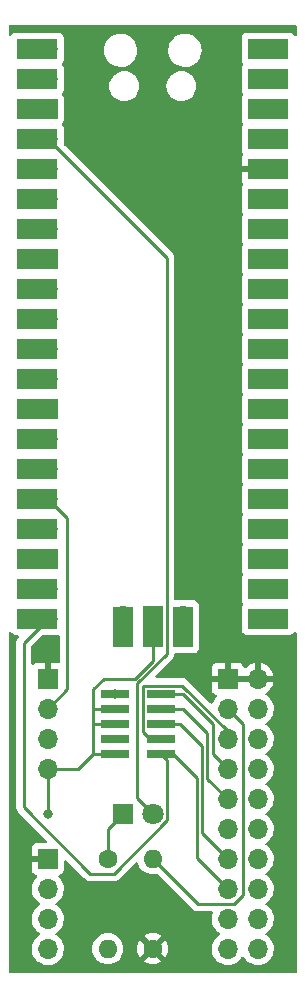
<source format=gbr>
%TF.GenerationSoftware,KiCad,Pcbnew,(6.0.6)*%
%TF.CreationDate,2022-08-06T18:53:41-04:00*%
%TF.ProjectId,freedap-pico,66726565-6461-4702-9d70-69636f2e6b69,rev?*%
%TF.SameCoordinates,Original*%
%TF.FileFunction,Copper,L1,Top*%
%TF.FilePolarity,Positive*%
%FSLAX46Y46*%
G04 Gerber Fmt 4.6, Leading zero omitted, Abs format (unit mm)*
G04 Created by KiCad (PCBNEW (6.0.6)) date 2022-08-06 18:53:41*
%MOMM*%
%LPD*%
G01*
G04 APERTURE LIST*
%TA.AperFunction,ComponentPad*%
%ADD10R,1.700000X1.700000*%
%TD*%
%TA.AperFunction,ComponentPad*%
%ADD11O,1.700000X1.700000*%
%TD*%
%TA.AperFunction,SMDPad,CuDef*%
%ADD12R,2.400000X0.740000*%
%TD*%
%TA.AperFunction,SMDPad,CuDef*%
%ADD13R,3.500000X1.700000*%
%TD*%
%TA.AperFunction,SMDPad,CuDef*%
%ADD14R,1.700000X3.500000*%
%TD*%
%TA.AperFunction,ComponentPad*%
%ADD15C,1.600000*%
%TD*%
%TA.AperFunction,ComponentPad*%
%ADD16O,1.600000X1.600000*%
%TD*%
%TA.AperFunction,ComponentPad*%
%ADD17R,1.800000X1.800000*%
%TD*%
%TA.AperFunction,ComponentPad*%
%ADD18C,1.800000*%
%TD*%
%TA.AperFunction,ViaPad*%
%ADD19C,0.800000*%
%TD*%
%TA.AperFunction,Conductor*%
%ADD20C,0.250000*%
%TD*%
G04 APERTURE END LIST*
D10*
%TO.P,JPILL1,1,Pin_1*%
%TO.N,+3V3*%
X46990000Y-90170000D03*
D11*
%TO.P,JPILL1,2,Pin_2*%
%TO.N,/SWDIO{slash}TMS*%
X46990000Y-92710000D03*
%TO.P,JPILL1,3,Pin_3*%
%TO.N,/SWCLK{slash}TCLK*%
X46990000Y-95250000D03*
%TO.P,JPILL1,4,Pin_4*%
%TO.N,GND*%
X46990000Y-97790000D03*
%TD*%
D12*
%TO.P,JSWD1,1,Pin_1*%
%TO.N,+3V3*%
X52660000Y-91440000D03*
%TO.P,JSWD1,2,Pin_2*%
%TO.N,/SWDIO{slash}TMS*%
X56560000Y-91440000D03*
%TO.P,JSWD1,3,Pin_3*%
%TO.N,GND*%
X52660000Y-92710000D03*
%TO.P,JSWD1,4,Pin_4*%
%TO.N,/SWCLK{slash}TCLK*%
X56560000Y-92710000D03*
%TO.P,JSWD1,5,Pin_5*%
%TO.N,GND*%
X52660000Y-93980000D03*
%TO.P,JSWD1,6,Pin_6*%
%TO.N,/TDO*%
X56560000Y-93980000D03*
%TO.P,JSWD1,7,Pin_7*%
%TO.N,unconnected-(JSWD1-Pad7)*%
X52660000Y-95250000D03*
%TO.P,JSWD1,8,Pin_8*%
%TO.N,/TDI*%
X56560000Y-95250000D03*
%TO.P,JSWD1,9,Pin_9*%
%TO.N,GND*%
X52660000Y-96520000D03*
%TO.P,JSWD1,10,Pin_10*%
%TO.N,/nRST*%
X56560000Y-96520000D03*
%TD*%
D10*
%TO.P,JVCP1,1,Pin_1*%
%TO.N,+3V3*%
X46990000Y-105420000D03*
D11*
%TO.P,JVCP1,2,Pin_2*%
%TO.N,/VRX*%
X46990000Y-107960000D03*
%TO.P,JVCP1,3,Pin_3*%
%TO.N,/VTX*%
X46990000Y-110500000D03*
%TO.P,JVCP1,4,Pin_4*%
%TO.N,GND*%
X46990000Y-113040000D03*
%TD*%
D13*
%TO.P,U1,1,GPIO0*%
%TO.N,/VTX*%
X46090000Y-36830000D03*
D11*
X46990000Y-36830000D03*
%TO.P,U1,2,GPIO1*%
%TO.N,/VRX*%
X46990000Y-39370000D03*
D13*
X46090000Y-39370000D03*
D10*
%TO.P,U1,3,GND*%
%TO.N,GND*%
X46990000Y-41910000D03*
D13*
X46090000Y-41910000D03*
D11*
%TO.P,U1,4,GPIO2*%
%TO.N,/VSTAT*%
X46990000Y-44450000D03*
D13*
X46090000Y-44450000D03*
D11*
%TO.P,U1,5,GPIO3*%
%TO.N,unconnected-(U1-Pad5)*%
X46990000Y-46990000D03*
D13*
X46090000Y-46990000D03*
%TO.P,U1,6,GPIO4*%
%TO.N,unconnected-(U1-Pad6)*%
X46090000Y-49530000D03*
D11*
X46990000Y-49530000D03*
%TO.P,U1,7,GPIO5*%
%TO.N,unconnected-(U1-Pad7)*%
X46990000Y-52070000D03*
D13*
X46090000Y-52070000D03*
D10*
%TO.P,U1,8,GND*%
%TO.N,GND*%
X46990000Y-54610000D03*
D13*
X46090000Y-54610000D03*
D11*
%TO.P,U1,9,GPIO6*%
%TO.N,unconnected-(U1-Pad9)*%
X46990000Y-57150000D03*
D13*
X46090000Y-57150000D03*
%TO.P,U1,10,GPIO7*%
%TO.N,unconnected-(U1-Pad10)*%
X46090000Y-59690000D03*
D11*
X46990000Y-59690000D03*
%TO.P,U1,11,GPIO8*%
%TO.N,unconnected-(U1-Pad11)*%
X46990000Y-62230000D03*
D13*
X46090000Y-62230000D03*
D11*
%TO.P,U1,12,GPIO9*%
%TO.N,unconnected-(U1-Pad12)*%
X46990000Y-64770000D03*
D13*
X46090000Y-64770000D03*
%TO.P,U1,13,GND*%
%TO.N,unconnected-(U1-Pad13)*%
X46090000Y-67310000D03*
D10*
X46990000Y-67310000D03*
D11*
%TO.P,U1,14,GPIO10*%
%TO.N,unconnected-(U1-Pad14)*%
X46990000Y-69850000D03*
D13*
X46090000Y-69850000D03*
D11*
%TO.P,U1,15,GPIO11*%
%TO.N,/SWCLK{slash}TCLK*%
X46990000Y-72390000D03*
D13*
X46090000Y-72390000D03*
D11*
%TO.P,U1,16,GPIO12*%
%TO.N,/SWDIO{slash}TMS*%
X46990000Y-74930000D03*
D13*
X46090000Y-74930000D03*
D11*
%TO.P,U1,17,GPIO13*%
%TO.N,/TDI*%
X46990000Y-77470000D03*
D13*
X46090000Y-77470000D03*
%TO.P,U1,18,GND*%
%TO.N,GND*%
X46090000Y-80010000D03*
D10*
X46990000Y-80010000D03*
D11*
%TO.P,U1,19,GPIO14*%
%TO.N,/TDO*%
X46990000Y-82550000D03*
D13*
X46090000Y-82550000D03*
D11*
%TO.P,U1,20,GPIO15*%
%TO.N,/nRST*%
X46990000Y-85090000D03*
D13*
X46090000Y-85090000D03*
D11*
%TO.P,U1,21,GPIO16*%
%TO.N,unconnected-(U1-Pad21)*%
X64770000Y-85090000D03*
D13*
X65670000Y-85090000D03*
D11*
%TO.P,U1,22,GPIO17*%
%TO.N,unconnected-(U1-Pad22)*%
X64770000Y-82550000D03*
D13*
X65670000Y-82550000D03*
%TO.P,U1,23,GND*%
%TO.N,GND*%
X65670000Y-80010000D03*
D10*
X64770000Y-80010000D03*
D13*
%TO.P,U1,24,GPIO18*%
%TO.N,unconnected-(U1-Pad24)*%
X65670000Y-77470000D03*
D11*
X64770000Y-77470000D03*
D13*
%TO.P,U1,25,GPIO19*%
%TO.N,unconnected-(U1-Pad25)*%
X65670000Y-74930000D03*
D11*
X64770000Y-74930000D03*
%TO.P,U1,26,GPIO20*%
%TO.N,unconnected-(U1-Pad26)*%
X64770000Y-72390000D03*
D13*
X65670000Y-72390000D03*
D11*
%TO.P,U1,27,GPIO21*%
%TO.N,unconnected-(U1-Pad27)*%
X64770000Y-69850000D03*
D13*
X65670000Y-69850000D03*
%TO.P,U1,28,GND*%
%TO.N,GND*%
X65670000Y-67310000D03*
D10*
X64770000Y-67310000D03*
D11*
%TO.P,U1,29,GPIO22*%
%TO.N,unconnected-(U1-Pad29)*%
X64770000Y-64770000D03*
D13*
X65670000Y-64770000D03*
%TO.P,U1,30,RUN*%
%TO.N,unconnected-(U1-Pad30)*%
X65670000Y-62230000D03*
D11*
X64770000Y-62230000D03*
%TO.P,U1,31,GPIO26_ADC0*%
%TO.N,unconnected-(U1-Pad31)*%
X64770000Y-59690000D03*
D13*
X65670000Y-59690000D03*
D11*
%TO.P,U1,32,GPIO27_ADC1*%
%TO.N,unconnected-(U1-Pad32)*%
X64770000Y-57150000D03*
D13*
X65670000Y-57150000D03*
D10*
%TO.P,U1,33,AGND*%
%TO.N,GND*%
X64770000Y-54610000D03*
D13*
X65670000Y-54610000D03*
%TO.P,U1,34,GPIO28_ADC2*%
%TO.N,unconnected-(U1-Pad34)*%
X65670000Y-52070000D03*
D11*
X64770000Y-52070000D03*
D13*
%TO.P,U1,35,ADC_VREF*%
%TO.N,unconnected-(U1-Pad35)*%
X65670000Y-49530000D03*
D11*
X64770000Y-49530000D03*
%TO.P,U1,36,3V3*%
%TO.N,+3V3*%
X64770000Y-46990000D03*
D13*
X65670000Y-46990000D03*
%TO.P,U1,37,3V3_EN*%
%TO.N,unconnected-(U1-Pad37)*%
X65670000Y-44450000D03*
D11*
X64770000Y-44450000D03*
D10*
%TO.P,U1,38,GND*%
%TO.N,GND*%
X64770000Y-41910000D03*
D13*
X65670000Y-41910000D03*
D11*
%TO.P,U1,39,VSYS*%
%TO.N,unconnected-(U1-Pad39)*%
X64770000Y-39370000D03*
D13*
X65670000Y-39370000D03*
D11*
%TO.P,U1,40,VBUS*%
%TO.N,unconnected-(U1-Pad40)*%
X64770000Y-36830000D03*
D13*
X65670000Y-36830000D03*
D11*
%TO.P,U1,41,SWCLK*%
%TO.N,unconnected-(U1-Pad41)*%
X53340000Y-84860000D03*
D14*
X53340000Y-85760000D03*
D10*
%TO.P,U1,42,GND*%
%TO.N,GND*%
X55880000Y-84860000D03*
D14*
X55880000Y-85760000D03*
%TO.P,U1,43,SWDIO*%
%TO.N,unconnected-(U1-Pad43)*%
X58420000Y-85760000D03*
D11*
X58420000Y-84860000D03*
%TD*%
D10*
%TO.P,JJTAG1,1,Pin_1*%
%TO.N,+3V3*%
X62225000Y-90175000D03*
D11*
%TO.P,JJTAG1,2,Pin_2*%
X64765000Y-90175000D03*
%TO.P,JJTAG1,3,Pin_3*%
%TO.N,Net-(JJTAG1-Pad3)*%
X62225000Y-92715000D03*
%TO.P,JJTAG1,4,Pin_4*%
%TO.N,GND*%
X64765000Y-92715000D03*
%TO.P,JJTAG1,5,Pin_5*%
%TO.N,/TDI*%
X62225000Y-95255000D03*
%TO.P,JJTAG1,6,Pin_6*%
%TO.N,GND*%
X64765000Y-95255000D03*
%TO.P,JJTAG1,7,Pin_7*%
%TO.N,/SWDIO{slash}TMS*%
X62225000Y-97795000D03*
%TO.P,JJTAG1,8,Pin_8*%
%TO.N,GND*%
X64765000Y-97795000D03*
%TO.P,JJTAG1,9,Pin_9*%
%TO.N,/SWCLK{slash}TCLK*%
X62225000Y-100335000D03*
%TO.P,JJTAG1,10,Pin_10*%
%TO.N,GND*%
X64765000Y-100335000D03*
%TO.P,JJTAG1,11,Pin_11*%
%TO.N,unconnected-(JJTAG1-Pad11)*%
X62225000Y-102875000D03*
%TO.P,JJTAG1,12,Pin_12*%
%TO.N,GND*%
X64765000Y-102875000D03*
%TO.P,JJTAG1,13,Pin_13*%
%TO.N,/TDO*%
X62225000Y-105415000D03*
%TO.P,JJTAG1,14,Pin_14*%
%TO.N,GND*%
X64765000Y-105415000D03*
%TO.P,JJTAG1,15,Pin_15*%
%TO.N,/nRST*%
X62225000Y-107955000D03*
%TO.P,JJTAG1,16,Pin_16*%
%TO.N,GND*%
X64765000Y-107955000D03*
%TO.P,JJTAG1,17,Pin_17*%
%TO.N,unconnected-(JJTAG1-Pad17)*%
X62225000Y-110495000D03*
%TO.P,JJTAG1,18,Pin_18*%
%TO.N,GND*%
X64765000Y-110495000D03*
%TO.P,JJTAG1,19,Pin_19*%
%TO.N,unconnected-(JJTAG1-Pad19)*%
X62225000Y-113035000D03*
%TO.P,JJTAG1,20,Pin_20*%
%TO.N,GND*%
X64765000Y-113035000D03*
%TD*%
D15*
%TO.P,RLED1,1*%
%TO.N,Net-(DVCP1-Pad1)*%
X52070000Y-105410000D03*
D16*
%TO.P,RLED1,2*%
%TO.N,GND*%
X52070000Y-113030000D03*
%TD*%
D17*
%TO.P,DVCP1,1,K*%
%TO.N,Net-(DVCP1-Pad1)*%
X53340000Y-101600000D03*
D18*
%TO.P,DVCP1,2,A*%
%TO.N,/VSTAT*%
X55880000Y-101600000D03*
%TD*%
D15*
%TO.P,RTRS1,1*%
%TO.N,+3V3*%
X55880000Y-113030000D03*
D16*
%TO.P,RTRS1,2*%
%TO.N,Net-(JJTAG1-Pad3)*%
X55880000Y-105410000D03*
%TD*%
D19*
%TO.N,+3V3*%
X52660000Y-91440000D03*
%TO.N,GND*%
X46990000Y-101600000D03*
%TD*%
D20*
%TO.N,Net-(DVCP1-Pad1)*%
X53340000Y-101600000D02*
X52070000Y-102870000D01*
X52070000Y-102870000D02*
X52070000Y-105410000D01*
%TO.N,/VSTAT*%
X55880000Y-101600000D02*
X54585000Y-100305000D01*
X54585000Y-100305000D02*
X54585000Y-90558604D01*
X54585000Y-90558604D02*
X57055000Y-88088604D01*
X57055000Y-88088604D02*
X57055000Y-54515000D01*
X57055000Y-54515000D02*
X46990000Y-44450000D01*
%TO.N,Net-(JJTAG1-Pad3)*%
X59690000Y-109220000D02*
X62738000Y-109220000D01*
X55880000Y-105410000D02*
X59690000Y-109220000D01*
X63500000Y-93990000D02*
X63500000Y-108458000D01*
X63500000Y-108458000D02*
X62738000Y-109220000D01*
X63500000Y-93990000D02*
X62225000Y-92715000D01*
%TO.N,GND*%
X52660000Y-93980000D02*
X50800000Y-93980000D01*
X54346604Y-90160604D02*
X51719396Y-90160604D01*
X50800000Y-91080000D02*
X50800000Y-92710000D01*
X52660000Y-96520000D02*
X50800000Y-96520000D01*
X55880000Y-88627208D02*
X54346604Y-90160604D01*
X50800000Y-96520000D02*
X49530000Y-97790000D01*
X52660000Y-92710000D02*
X50800000Y-92710000D01*
X55880000Y-84860000D02*
X55880000Y-88627208D01*
X50800000Y-93980000D02*
X50800000Y-96520000D01*
X51719396Y-90160604D02*
X50800000Y-91080000D01*
X50800000Y-92710000D02*
X50800000Y-93980000D01*
X49530000Y-97790000D02*
X46990000Y-97790000D01*
X46990000Y-101854000D02*
X46990000Y-97790000D01*
%TO.N,/TDI*%
X55035000Y-90745000D02*
X58361396Y-90745000D01*
X62225000Y-94608604D02*
X62225000Y-95255000D01*
X55610000Y-95250000D02*
X55035000Y-94675000D01*
X55035000Y-94675000D02*
X55035000Y-90745000D01*
X58361396Y-90745000D02*
X62225000Y-94608604D01*
X56560000Y-95250000D02*
X55610000Y-95250000D01*
%TO.N,/SWDIO{slash}TMS*%
X48644728Y-76584728D02*
X48644728Y-91055272D01*
X60960000Y-93980000D02*
X58420000Y-91440000D01*
X62225000Y-97795000D02*
X60960000Y-96530000D01*
X46990000Y-74930000D02*
X48644728Y-76584728D01*
X48644728Y-91055272D02*
X46990000Y-92710000D01*
X60960000Y-96530000D02*
X60960000Y-93980000D01*
X58420000Y-91440000D02*
X56560000Y-91440000D01*
%TO.N,/SWCLK{slash}TCLK*%
X60510000Y-94800000D02*
X60510000Y-98620000D01*
X56560000Y-92710000D02*
X58420000Y-92710000D01*
X60510000Y-98620000D02*
X62225000Y-100335000D01*
X58420000Y-92710000D02*
X60510000Y-94800000D01*
%TO.N,/TDO*%
X58166000Y-93980000D02*
X56560000Y-93980000D01*
X60060000Y-95874000D02*
X58166000Y-93980000D01*
X62225000Y-105415000D02*
X60060000Y-103250000D01*
X60060000Y-103250000D02*
X60060000Y-95874000D01*
%TO.N,/nRST*%
X52578000Y-106680000D02*
X50600000Y-106680000D01*
X59610000Y-98552000D02*
X57578000Y-96520000D01*
X62225000Y-107955000D02*
X59610000Y-105340000D01*
X57578000Y-96520000D02*
X56560000Y-96520000D01*
X57105000Y-102153000D02*
X52578000Y-106680000D01*
X50600000Y-106680000D02*
X44958000Y-101038000D01*
X59610000Y-105340000D02*
X59610000Y-98552000D01*
X56560000Y-96520000D02*
X57105000Y-97065000D01*
X57105000Y-97065000D02*
X57105000Y-102153000D01*
X44958000Y-87122000D02*
X46990000Y-85090000D01*
X44958000Y-101038000D02*
X44958000Y-87122000D01*
%TD*%
%TA.AperFunction,Conductor*%
%TO.N,+3V3*%
G36*
X68013621Y-34818502D02*
G01*
X68060114Y-34872158D01*
X68071500Y-34924500D01*
X68071500Y-35623117D01*
X68051498Y-35691238D01*
X67997842Y-35737731D01*
X67927568Y-35747835D01*
X67862988Y-35718341D01*
X67844674Y-35698682D01*
X67788642Y-35623919D01*
X67783261Y-35616739D01*
X67666705Y-35529385D01*
X67530316Y-35478255D01*
X67468134Y-35471500D01*
X64784985Y-35471500D01*
X64783446Y-35471491D01*
X64680081Y-35470228D01*
X64680079Y-35470228D01*
X64674911Y-35470165D01*
X64669797Y-35470948D01*
X64666289Y-35471193D01*
X64657496Y-35471500D01*
X63871866Y-35471500D01*
X63809684Y-35478255D01*
X63673295Y-35529385D01*
X63556739Y-35616739D01*
X63469385Y-35733295D01*
X63418255Y-35869684D01*
X63411500Y-35931866D01*
X63411500Y-36750219D01*
X63410787Y-36763607D01*
X63407251Y-36796695D01*
X63407548Y-36801848D01*
X63407548Y-36801851D01*
X63411291Y-36866763D01*
X63411500Y-36874016D01*
X63411500Y-37728134D01*
X63418255Y-37790316D01*
X63469385Y-37926705D01*
X63474771Y-37933891D01*
X63542630Y-38024435D01*
X63567478Y-38090941D01*
X63552425Y-38160324D01*
X63542632Y-38175562D01*
X63469385Y-38273295D01*
X63418255Y-38409684D01*
X63411500Y-38471866D01*
X63411500Y-39290219D01*
X63410787Y-39303607D01*
X63407251Y-39336695D01*
X63407548Y-39341848D01*
X63407548Y-39341851D01*
X63411291Y-39406763D01*
X63411500Y-39414016D01*
X63411500Y-40268134D01*
X63418255Y-40330316D01*
X63469385Y-40466705D01*
X63474771Y-40473891D01*
X63542630Y-40564435D01*
X63567478Y-40630941D01*
X63552425Y-40700324D01*
X63542632Y-40715562D01*
X63469385Y-40813295D01*
X63418255Y-40949684D01*
X63411500Y-41011866D01*
X63411500Y-42808134D01*
X63418255Y-42870316D01*
X63469385Y-43006705D01*
X63474771Y-43013891D01*
X63542630Y-43104435D01*
X63567478Y-43170941D01*
X63552425Y-43240324D01*
X63542632Y-43255562D01*
X63469385Y-43353295D01*
X63418255Y-43489684D01*
X63411500Y-43551866D01*
X63411500Y-44370219D01*
X63410787Y-44383607D01*
X63407251Y-44416695D01*
X63407548Y-44421848D01*
X63407548Y-44421851D01*
X63411291Y-44486763D01*
X63411500Y-44494016D01*
X63411500Y-45348134D01*
X63418255Y-45410316D01*
X63469385Y-45546705D01*
X63474771Y-45553891D01*
X63542942Y-45644852D01*
X63567790Y-45711358D01*
X63552737Y-45780741D01*
X63542942Y-45795982D01*
X63475214Y-45886351D01*
X63466676Y-45901946D01*
X63421522Y-46022394D01*
X63417895Y-46037649D01*
X63412369Y-46088514D01*
X63412000Y-46095328D01*
X63412000Y-46717885D01*
X63416475Y-46733124D01*
X63417865Y-46734329D01*
X63425548Y-46736000D01*
X66042000Y-46736000D01*
X66110121Y-46756002D01*
X66156614Y-46809658D01*
X66168000Y-46862000D01*
X66168000Y-47118000D01*
X66147998Y-47186121D01*
X66094342Y-47232614D01*
X66042000Y-47244000D01*
X63430116Y-47244000D01*
X63414877Y-47248475D01*
X63413672Y-47249865D01*
X63412001Y-47257548D01*
X63412001Y-47884669D01*
X63412371Y-47891490D01*
X63417895Y-47942352D01*
X63421521Y-47957604D01*
X63466676Y-48078054D01*
X63475214Y-48093649D01*
X63542942Y-48184018D01*
X63567790Y-48250525D01*
X63552737Y-48319907D01*
X63542942Y-48335148D01*
X63519578Y-48366323D01*
X63469385Y-48433295D01*
X63418255Y-48569684D01*
X63411500Y-48631866D01*
X63411500Y-49450219D01*
X63410787Y-49463607D01*
X63407251Y-49496695D01*
X63407548Y-49501848D01*
X63407548Y-49501851D01*
X63411291Y-49566763D01*
X63411500Y-49574016D01*
X63411500Y-50428134D01*
X63418255Y-50490316D01*
X63469385Y-50626705D01*
X63474771Y-50633891D01*
X63542630Y-50724435D01*
X63567478Y-50790941D01*
X63552425Y-50860324D01*
X63542632Y-50875562D01*
X63469385Y-50973295D01*
X63418255Y-51109684D01*
X63411500Y-51171866D01*
X63411500Y-51990219D01*
X63410787Y-52003607D01*
X63407251Y-52036695D01*
X63407548Y-52041848D01*
X63407548Y-52041851D01*
X63411291Y-52106763D01*
X63411500Y-52114016D01*
X63411500Y-52968134D01*
X63418255Y-53030316D01*
X63469385Y-53166705D01*
X63474771Y-53173891D01*
X63542630Y-53264435D01*
X63567478Y-53330941D01*
X63552425Y-53400324D01*
X63542632Y-53415562D01*
X63469385Y-53513295D01*
X63418255Y-53649684D01*
X63411500Y-53711866D01*
X63411500Y-55508134D01*
X63418255Y-55570316D01*
X63469385Y-55706705D01*
X63474771Y-55713891D01*
X63542630Y-55804435D01*
X63567478Y-55870941D01*
X63552425Y-55940324D01*
X63542632Y-55955562D01*
X63469385Y-56053295D01*
X63418255Y-56189684D01*
X63411500Y-56251866D01*
X63411500Y-57070219D01*
X63410787Y-57083607D01*
X63407251Y-57116695D01*
X63407548Y-57121848D01*
X63407548Y-57121851D01*
X63411291Y-57186763D01*
X63411500Y-57194016D01*
X63411500Y-58048134D01*
X63418255Y-58110316D01*
X63469385Y-58246705D01*
X63474771Y-58253891D01*
X63542630Y-58344435D01*
X63567478Y-58410941D01*
X63552425Y-58480324D01*
X63542632Y-58495562D01*
X63469385Y-58593295D01*
X63418255Y-58729684D01*
X63411500Y-58791866D01*
X63411500Y-59610219D01*
X63410787Y-59623607D01*
X63407251Y-59656695D01*
X63407548Y-59661848D01*
X63407548Y-59661851D01*
X63411291Y-59726763D01*
X63411500Y-59734016D01*
X63411500Y-60588134D01*
X63418255Y-60650316D01*
X63469385Y-60786705D01*
X63474771Y-60793891D01*
X63542630Y-60884435D01*
X63567478Y-60950941D01*
X63552425Y-61020324D01*
X63542632Y-61035562D01*
X63469385Y-61133295D01*
X63418255Y-61269684D01*
X63411500Y-61331866D01*
X63411500Y-62150219D01*
X63410787Y-62163607D01*
X63407251Y-62196695D01*
X63407548Y-62201848D01*
X63407548Y-62201851D01*
X63411291Y-62266763D01*
X63411500Y-62274016D01*
X63411500Y-63128134D01*
X63418255Y-63190316D01*
X63469385Y-63326705D01*
X63474771Y-63333891D01*
X63542630Y-63424435D01*
X63567478Y-63490941D01*
X63552425Y-63560324D01*
X63542632Y-63575562D01*
X63469385Y-63673295D01*
X63418255Y-63809684D01*
X63411500Y-63871866D01*
X63411500Y-64690219D01*
X63410787Y-64703607D01*
X63407251Y-64736695D01*
X63407548Y-64741848D01*
X63407548Y-64741851D01*
X63411291Y-64806763D01*
X63411500Y-64814016D01*
X63411500Y-65668134D01*
X63418255Y-65730316D01*
X63469385Y-65866705D01*
X63474771Y-65873891D01*
X63542630Y-65964435D01*
X63567478Y-66030941D01*
X63552425Y-66100324D01*
X63542632Y-66115562D01*
X63469385Y-66213295D01*
X63418255Y-66349684D01*
X63411500Y-66411866D01*
X63411500Y-68208134D01*
X63418255Y-68270316D01*
X63469385Y-68406705D01*
X63474771Y-68413891D01*
X63542630Y-68504435D01*
X63567478Y-68570941D01*
X63552425Y-68640324D01*
X63542632Y-68655562D01*
X63469385Y-68753295D01*
X63418255Y-68889684D01*
X63411500Y-68951866D01*
X63411500Y-69770219D01*
X63410787Y-69783607D01*
X63407251Y-69816695D01*
X63407548Y-69821848D01*
X63407548Y-69821851D01*
X63411291Y-69886763D01*
X63411500Y-69894016D01*
X63411500Y-70748134D01*
X63418255Y-70810316D01*
X63469385Y-70946705D01*
X63474771Y-70953891D01*
X63542630Y-71044435D01*
X63567478Y-71110941D01*
X63552425Y-71180324D01*
X63542632Y-71195562D01*
X63469385Y-71293295D01*
X63418255Y-71429684D01*
X63411500Y-71491866D01*
X63411500Y-72310219D01*
X63410787Y-72323607D01*
X63407251Y-72356695D01*
X63407548Y-72361848D01*
X63407548Y-72361851D01*
X63411291Y-72426763D01*
X63411500Y-72434016D01*
X63411500Y-73288134D01*
X63418255Y-73350316D01*
X63469385Y-73486705D01*
X63474771Y-73493891D01*
X63542630Y-73584435D01*
X63567478Y-73650941D01*
X63552425Y-73720324D01*
X63542632Y-73735562D01*
X63469385Y-73833295D01*
X63418255Y-73969684D01*
X63411500Y-74031866D01*
X63411500Y-74850219D01*
X63410787Y-74863607D01*
X63407251Y-74896695D01*
X63407548Y-74901848D01*
X63407548Y-74901851D01*
X63411291Y-74966763D01*
X63411500Y-74974016D01*
X63411500Y-75828134D01*
X63418255Y-75890316D01*
X63469385Y-76026705D01*
X63538879Y-76119430D01*
X63542630Y-76124435D01*
X63567478Y-76190941D01*
X63552425Y-76260324D01*
X63542632Y-76275562D01*
X63469385Y-76373295D01*
X63418255Y-76509684D01*
X63411500Y-76571866D01*
X63411500Y-77390219D01*
X63410787Y-77403607D01*
X63407251Y-77436695D01*
X63407548Y-77441848D01*
X63407548Y-77441851D01*
X63411291Y-77506763D01*
X63411500Y-77514016D01*
X63411500Y-78368134D01*
X63418255Y-78430316D01*
X63469385Y-78566705D01*
X63474771Y-78573891D01*
X63542630Y-78664435D01*
X63567478Y-78730941D01*
X63552425Y-78800324D01*
X63542632Y-78815562D01*
X63469385Y-78913295D01*
X63418255Y-79049684D01*
X63411500Y-79111866D01*
X63411500Y-80908134D01*
X63418255Y-80970316D01*
X63469385Y-81106705D01*
X63474771Y-81113891D01*
X63542630Y-81204435D01*
X63567478Y-81270941D01*
X63552425Y-81340324D01*
X63542632Y-81355562D01*
X63469385Y-81453295D01*
X63418255Y-81589684D01*
X63411500Y-81651866D01*
X63411500Y-82470219D01*
X63410787Y-82483607D01*
X63407251Y-82516695D01*
X63407548Y-82521848D01*
X63407548Y-82521851D01*
X63411291Y-82586763D01*
X63411500Y-82594016D01*
X63411500Y-83448134D01*
X63418255Y-83510316D01*
X63469385Y-83646705D01*
X63474771Y-83653891D01*
X63542630Y-83744435D01*
X63567478Y-83810941D01*
X63552425Y-83880324D01*
X63542632Y-83895562D01*
X63469385Y-83993295D01*
X63418255Y-84129684D01*
X63411500Y-84191866D01*
X63411500Y-85010219D01*
X63410787Y-85023607D01*
X63407251Y-85056695D01*
X63407548Y-85061848D01*
X63407548Y-85061851D01*
X63411291Y-85126763D01*
X63411500Y-85134016D01*
X63411500Y-85988134D01*
X63418255Y-86050316D01*
X63469385Y-86186705D01*
X63556739Y-86303261D01*
X63673295Y-86390615D01*
X63809684Y-86441745D01*
X63871866Y-86448500D01*
X64740826Y-86448500D01*
X64745443Y-86448585D01*
X64826673Y-86451564D01*
X64826677Y-86451564D01*
X64831837Y-86451753D01*
X64836957Y-86451097D01*
X64836959Y-86451097D01*
X64849261Y-86449521D01*
X64865271Y-86448500D01*
X67468134Y-86448500D01*
X67530316Y-86441745D01*
X67666705Y-86390615D01*
X67783261Y-86303261D01*
X67844674Y-86221318D01*
X67901533Y-86178803D01*
X67972352Y-86173777D01*
X68034645Y-86207837D01*
X68068635Y-86270168D01*
X68071500Y-86296883D01*
X68071500Y-114935500D01*
X68051498Y-115003621D01*
X67997842Y-115050114D01*
X67945500Y-115061500D01*
X43814500Y-115061500D01*
X43746379Y-115041498D01*
X43699886Y-114987842D01*
X43688500Y-114935500D01*
X43688500Y-86296883D01*
X43708502Y-86228762D01*
X43762158Y-86182269D01*
X43832432Y-86172165D01*
X43897012Y-86201659D01*
X43915326Y-86221318D01*
X43976739Y-86303261D01*
X44093295Y-86390615D01*
X44229684Y-86441745D01*
X44291866Y-86448500D01*
X44430253Y-86448500D01*
X44498374Y-86468502D01*
X44544867Y-86522158D01*
X44554971Y-86592432D01*
X44522104Y-86660752D01*
X44504358Y-86679650D01*
X44501602Y-86682493D01*
X44481865Y-86702230D01*
X44479385Y-86705427D01*
X44471682Y-86714447D01*
X44441414Y-86746679D01*
X44437595Y-86753625D01*
X44437593Y-86753628D01*
X44431652Y-86764434D01*
X44420801Y-86780953D01*
X44408386Y-86796959D01*
X44405241Y-86804228D01*
X44405238Y-86804232D01*
X44390826Y-86837537D01*
X44385609Y-86848187D01*
X44364305Y-86886940D01*
X44362334Y-86894615D01*
X44362334Y-86894616D01*
X44359267Y-86906562D01*
X44352863Y-86925266D01*
X44344819Y-86943855D01*
X44343580Y-86951678D01*
X44343577Y-86951688D01*
X44337901Y-86987524D01*
X44335495Y-86999144D01*
X44324500Y-87041970D01*
X44324500Y-87062224D01*
X44322949Y-87081934D01*
X44319780Y-87101943D01*
X44320526Y-87109835D01*
X44323941Y-87145961D01*
X44324500Y-87157819D01*
X44324500Y-100959233D01*
X44323973Y-100970416D01*
X44322298Y-100977909D01*
X44322547Y-100985835D01*
X44322547Y-100985836D01*
X44324438Y-101045986D01*
X44324500Y-101049945D01*
X44324500Y-101077856D01*
X44324997Y-101081790D01*
X44324997Y-101081791D01*
X44325005Y-101081856D01*
X44325938Y-101093693D01*
X44327327Y-101137889D01*
X44332789Y-101156688D01*
X44332978Y-101157339D01*
X44336987Y-101176700D01*
X44337756Y-101182783D01*
X44339526Y-101196797D01*
X44342445Y-101204168D01*
X44342445Y-101204170D01*
X44355804Y-101237912D01*
X44359649Y-101249142D01*
X44371982Y-101291593D01*
X44376015Y-101298412D01*
X44376017Y-101298417D01*
X44382293Y-101309028D01*
X44390988Y-101326776D01*
X44398448Y-101345617D01*
X44403110Y-101352033D01*
X44403110Y-101352034D01*
X44424436Y-101381387D01*
X44430952Y-101391307D01*
X44442050Y-101410072D01*
X44453458Y-101429362D01*
X44467779Y-101443683D01*
X44480619Y-101458716D01*
X44492528Y-101475107D01*
X44498634Y-101480158D01*
X44526605Y-101503298D01*
X44535384Y-101511288D01*
X46871001Y-103846905D01*
X46905027Y-103909217D01*
X46899962Y-103980032D01*
X46857415Y-104036868D01*
X46790895Y-104061679D01*
X46781906Y-104062000D01*
X46095331Y-104062001D01*
X46088510Y-104062371D01*
X46037648Y-104067895D01*
X46022396Y-104071521D01*
X45901946Y-104116676D01*
X45886351Y-104125214D01*
X45784276Y-104201715D01*
X45771715Y-104214276D01*
X45695214Y-104316351D01*
X45686676Y-104331946D01*
X45641522Y-104452394D01*
X45637895Y-104467649D01*
X45632369Y-104518514D01*
X45632000Y-104525328D01*
X45632000Y-105147885D01*
X45636475Y-105163124D01*
X45637865Y-105164329D01*
X45645548Y-105166000D01*
X47118000Y-105166000D01*
X47186121Y-105186002D01*
X47232614Y-105239658D01*
X47244000Y-105292000D01*
X47244000Y-105548000D01*
X47223998Y-105616121D01*
X47170342Y-105662614D01*
X47118000Y-105674000D01*
X45650116Y-105674000D01*
X45634877Y-105678475D01*
X45633672Y-105679865D01*
X45632001Y-105687548D01*
X45632001Y-106314669D01*
X45632371Y-106321490D01*
X45637895Y-106372352D01*
X45641521Y-106387604D01*
X45686676Y-106508054D01*
X45695214Y-106523649D01*
X45771715Y-106625724D01*
X45784276Y-106638285D01*
X45886351Y-106714786D01*
X45901946Y-106723324D01*
X46010827Y-106764142D01*
X46067591Y-106806784D01*
X46092291Y-106873345D01*
X46077083Y-106942694D01*
X46057691Y-106969175D01*
X45959188Y-107072253D01*
X45930629Y-107102138D01*
X45927715Y-107106410D01*
X45927714Y-107106411D01*
X45886847Y-107166320D01*
X45804743Y-107286680D01*
X45710688Y-107489305D01*
X45650989Y-107704570D01*
X45627251Y-107926695D01*
X45627548Y-107931848D01*
X45627548Y-107931851D01*
X45632914Y-108024908D01*
X45640110Y-108149715D01*
X45641247Y-108154761D01*
X45641248Y-108154767D01*
X45662265Y-108248023D01*
X45689222Y-108367639D01*
X45727316Y-108461453D01*
X45769970Y-108566498D01*
X45773266Y-108574616D01*
X45889987Y-108765088D01*
X46036250Y-108933938D01*
X46208126Y-109076632D01*
X46272889Y-109114476D01*
X46281445Y-109119476D01*
X46330169Y-109171114D01*
X46343240Y-109240897D01*
X46316509Y-109306669D01*
X46276055Y-109340027D01*
X46263607Y-109346507D01*
X46259474Y-109349610D01*
X46259471Y-109349612D01*
X46091624Y-109475635D01*
X46084965Y-109480635D01*
X46081393Y-109484373D01*
X45959194Y-109612247D01*
X45930629Y-109642138D01*
X45927715Y-109646410D01*
X45927714Y-109646411D01*
X45908213Y-109674999D01*
X45804743Y-109826680D01*
X45710688Y-110029305D01*
X45650989Y-110244570D01*
X45627251Y-110466695D01*
X45627548Y-110471848D01*
X45627548Y-110471851D01*
X45632914Y-110564908D01*
X45640110Y-110689715D01*
X45641247Y-110694761D01*
X45641248Y-110694767D01*
X45662265Y-110788023D01*
X45689222Y-110907639D01*
X45773266Y-111114616D01*
X45820955Y-111192438D01*
X45884227Y-111295688D01*
X45889987Y-111305088D01*
X46036250Y-111473938D01*
X46111213Y-111536173D01*
X46198123Y-111608327D01*
X46208126Y-111616632D01*
X46272889Y-111654476D01*
X46281445Y-111659476D01*
X46330169Y-111711114D01*
X46343240Y-111780897D01*
X46316509Y-111846669D01*
X46276055Y-111880027D01*
X46263607Y-111886507D01*
X46259474Y-111889610D01*
X46259471Y-111889612D01*
X46091624Y-112015635D01*
X46084965Y-112020635D01*
X45930629Y-112182138D01*
X45804743Y-112366680D01*
X45710688Y-112569305D01*
X45650989Y-112784570D01*
X45627251Y-113006695D01*
X45627548Y-113011848D01*
X45627548Y-113011851D01*
X45632914Y-113104908D01*
X45640110Y-113229715D01*
X45641247Y-113234761D01*
X45641248Y-113234767D01*
X45662265Y-113328023D01*
X45689222Y-113447639D01*
X45773266Y-113654616D01*
X45820955Y-113732438D01*
X45884227Y-113835688D01*
X45889987Y-113845088D01*
X46036250Y-114013938D01*
X46173025Y-114127491D01*
X46198123Y-114148327D01*
X46208126Y-114156632D01*
X46401000Y-114269338D01*
X46609692Y-114349030D01*
X46614760Y-114350061D01*
X46614763Y-114350062D01*
X46707970Y-114369025D01*
X46828597Y-114393567D01*
X46833772Y-114393757D01*
X46833774Y-114393757D01*
X47046673Y-114401564D01*
X47046677Y-114401564D01*
X47051837Y-114401753D01*
X47056957Y-114401097D01*
X47056959Y-114401097D01*
X47268288Y-114374025D01*
X47268289Y-114374025D01*
X47273416Y-114373368D01*
X47290082Y-114368368D01*
X47482429Y-114310661D01*
X47482434Y-114310659D01*
X47487384Y-114309174D01*
X47687994Y-114210896D01*
X47869860Y-114081173D01*
X47911823Y-114039357D01*
X48024435Y-113927137D01*
X48028096Y-113923489D01*
X48060642Y-113878197D01*
X48155435Y-113746277D01*
X48158453Y-113742077D01*
X48181791Y-113694857D01*
X48255136Y-113546453D01*
X48255137Y-113546451D01*
X48257430Y-113541811D01*
X48322370Y-113328069D01*
X48351529Y-113106590D01*
X48353156Y-113040000D01*
X48352334Y-113030000D01*
X50756502Y-113030000D01*
X50776457Y-113258087D01*
X50777881Y-113263400D01*
X50777881Y-113263402D01*
X50827248Y-113447639D01*
X50835716Y-113479243D01*
X50838039Y-113484224D01*
X50838039Y-113484225D01*
X50930151Y-113681762D01*
X50930154Y-113681767D01*
X50932477Y-113686749D01*
X50964469Y-113732438D01*
X51046080Y-113848990D01*
X51063802Y-113874300D01*
X51225700Y-114036198D01*
X51230208Y-114039355D01*
X51230211Y-114039357D01*
X51289931Y-114081173D01*
X51413251Y-114167523D01*
X51418233Y-114169846D01*
X51418238Y-114169849D01*
X51506265Y-114210896D01*
X51620757Y-114264284D01*
X51626065Y-114265706D01*
X51626067Y-114265707D01*
X51836598Y-114322119D01*
X51836600Y-114322119D01*
X51841913Y-114323543D01*
X52070000Y-114343498D01*
X52298087Y-114323543D01*
X52303400Y-114322119D01*
X52303402Y-114322119D01*
X52513933Y-114265707D01*
X52513935Y-114265706D01*
X52519243Y-114264284D01*
X52633735Y-114210896D01*
X52721762Y-114169849D01*
X52721767Y-114169846D01*
X52726749Y-114167523D01*
X52800243Y-114116062D01*
X55158493Y-114116062D01*
X55167789Y-114128077D01*
X55218994Y-114163931D01*
X55228489Y-114169414D01*
X55425947Y-114261490D01*
X55436239Y-114265236D01*
X55646688Y-114321625D01*
X55657481Y-114323528D01*
X55874525Y-114342517D01*
X55885475Y-114342517D01*
X56102519Y-114323528D01*
X56113312Y-114321625D01*
X56323761Y-114265236D01*
X56334053Y-114261490D01*
X56531511Y-114169414D01*
X56541006Y-114163931D01*
X56593048Y-114127491D01*
X56601424Y-114117012D01*
X56594356Y-114103566D01*
X55892812Y-113402022D01*
X55878868Y-113394408D01*
X55877035Y-113394539D01*
X55870420Y-113398790D01*
X55164923Y-114104287D01*
X55158493Y-114116062D01*
X52800243Y-114116062D01*
X52850069Y-114081173D01*
X52909789Y-114039357D01*
X52909792Y-114039355D01*
X52914300Y-114036198D01*
X53076198Y-113874300D01*
X53093921Y-113848990D01*
X53175531Y-113732438D01*
X53207523Y-113686749D01*
X53209846Y-113681767D01*
X53209849Y-113681762D01*
X53301961Y-113484225D01*
X53301961Y-113484224D01*
X53304284Y-113479243D01*
X53312753Y-113447639D01*
X53362119Y-113263402D01*
X53362119Y-113263400D01*
X53363543Y-113258087D01*
X53383019Y-113035475D01*
X54567483Y-113035475D01*
X54586472Y-113252519D01*
X54588375Y-113263312D01*
X54644764Y-113473761D01*
X54648510Y-113484053D01*
X54740586Y-113681511D01*
X54746069Y-113691006D01*
X54782509Y-113743048D01*
X54792988Y-113751424D01*
X54806434Y-113744356D01*
X55507978Y-113042812D01*
X55514356Y-113031132D01*
X56244408Y-113031132D01*
X56244539Y-113032965D01*
X56248790Y-113039580D01*
X56954287Y-113745077D01*
X56966062Y-113751507D01*
X56978077Y-113742211D01*
X57013931Y-113691006D01*
X57019414Y-113681511D01*
X57111490Y-113484053D01*
X57115236Y-113473761D01*
X57171625Y-113263312D01*
X57173528Y-113252519D01*
X57192517Y-113035475D01*
X57192517Y-113024525D01*
X57173528Y-112807481D01*
X57171625Y-112796688D01*
X57115236Y-112586239D01*
X57111490Y-112575947D01*
X57019414Y-112378489D01*
X57013931Y-112368994D01*
X56977491Y-112316952D01*
X56967012Y-112308576D01*
X56953566Y-112315644D01*
X56252022Y-113017188D01*
X56244408Y-113031132D01*
X55514356Y-113031132D01*
X55515592Y-113028868D01*
X55515461Y-113027035D01*
X55511210Y-113020420D01*
X54805713Y-112314923D01*
X54793938Y-112308493D01*
X54781923Y-112317789D01*
X54746069Y-112368994D01*
X54740586Y-112378489D01*
X54648510Y-112575947D01*
X54644764Y-112586239D01*
X54588375Y-112796688D01*
X54586472Y-112807481D01*
X54567483Y-113024525D01*
X54567483Y-113035475D01*
X53383019Y-113035475D01*
X53383498Y-113030000D01*
X53363543Y-112801913D01*
X53362119Y-112796598D01*
X53305707Y-112586067D01*
X53305706Y-112586065D01*
X53304284Y-112580757D01*
X53296755Y-112564610D01*
X53209849Y-112378238D01*
X53209846Y-112378233D01*
X53207523Y-112373251D01*
X53092007Y-112208277D01*
X53079357Y-112190211D01*
X53079355Y-112190208D01*
X53076198Y-112185700D01*
X52914300Y-112023802D01*
X52909792Y-112020645D01*
X52909789Y-112020643D01*
X52798886Y-111942988D01*
X55158576Y-111942988D01*
X55165644Y-111956434D01*
X55867188Y-112657978D01*
X55881132Y-112665592D01*
X55882965Y-112665461D01*
X55889580Y-112661210D01*
X56595077Y-111955713D01*
X56601507Y-111943938D01*
X56592211Y-111931923D01*
X56541006Y-111896069D01*
X56531511Y-111890586D01*
X56334053Y-111798510D01*
X56323761Y-111794764D01*
X56113312Y-111738375D01*
X56102519Y-111736472D01*
X55885475Y-111717483D01*
X55874525Y-111717483D01*
X55657481Y-111736472D01*
X55646688Y-111738375D01*
X55436239Y-111794764D01*
X55425947Y-111798510D01*
X55228489Y-111890586D01*
X55218994Y-111896069D01*
X55166952Y-111932509D01*
X55158576Y-111942988D01*
X52798886Y-111942988D01*
X52783920Y-111932509D01*
X52726749Y-111892477D01*
X52721767Y-111890154D01*
X52721762Y-111890151D01*
X52524225Y-111798039D01*
X52524224Y-111798039D01*
X52519243Y-111795716D01*
X52513935Y-111794294D01*
X52513933Y-111794293D01*
X52303402Y-111737881D01*
X52303400Y-111737881D01*
X52298087Y-111736457D01*
X52070000Y-111716502D01*
X51841913Y-111736457D01*
X51836600Y-111737881D01*
X51836598Y-111737881D01*
X51626067Y-111794293D01*
X51626065Y-111794294D01*
X51620757Y-111795716D01*
X51615776Y-111798039D01*
X51615775Y-111798039D01*
X51418238Y-111890151D01*
X51418233Y-111890154D01*
X51413251Y-111892477D01*
X51356080Y-111932509D01*
X51230211Y-112020643D01*
X51230208Y-112020645D01*
X51225700Y-112023802D01*
X51063802Y-112185700D01*
X51060645Y-112190208D01*
X51060643Y-112190211D01*
X51047993Y-112208277D01*
X50932477Y-112373251D01*
X50930154Y-112378233D01*
X50930151Y-112378238D01*
X50843245Y-112564610D01*
X50835716Y-112580757D01*
X50834294Y-112586065D01*
X50834293Y-112586067D01*
X50777881Y-112796598D01*
X50776457Y-112801913D01*
X50756502Y-113030000D01*
X48352334Y-113030000D01*
X48334852Y-112817361D01*
X48280431Y-112600702D01*
X48191354Y-112395840D01*
X48070014Y-112208277D01*
X47919670Y-112043051D01*
X47915619Y-112039852D01*
X47915615Y-112039848D01*
X47748414Y-111907800D01*
X47748410Y-111907798D01*
X47744359Y-111904598D01*
X47703053Y-111881796D01*
X47653084Y-111831364D01*
X47638312Y-111761921D01*
X47663428Y-111695516D01*
X47690780Y-111668909D01*
X47734603Y-111637650D01*
X47869860Y-111541173D01*
X48028096Y-111383489D01*
X48085222Y-111303990D01*
X48155435Y-111206277D01*
X48158453Y-111202077D01*
X48181791Y-111154857D01*
X48255136Y-111006453D01*
X48255137Y-111006451D01*
X48257430Y-111001811D01*
X48322370Y-110788069D01*
X48351529Y-110566590D01*
X48353156Y-110500000D01*
X48334852Y-110277361D01*
X48280431Y-110060702D01*
X48191354Y-109855840D01*
X48146927Y-109787167D01*
X48072822Y-109672617D01*
X48072820Y-109672614D01*
X48070014Y-109668277D01*
X47919670Y-109503051D01*
X47915619Y-109499852D01*
X47915615Y-109499848D01*
X47748414Y-109367800D01*
X47748410Y-109367798D01*
X47744359Y-109364598D01*
X47703053Y-109341796D01*
X47653084Y-109291364D01*
X47638312Y-109221921D01*
X47663428Y-109155516D01*
X47690780Y-109128909D01*
X47734603Y-109097650D01*
X47869860Y-109001173D01*
X48028096Y-108843489D01*
X48087594Y-108760689D01*
X48155435Y-108666277D01*
X48158453Y-108662077D01*
X48197634Y-108582801D01*
X48255136Y-108466453D01*
X48255137Y-108466451D01*
X48257430Y-108461811D01*
X48322370Y-108248069D01*
X48351529Y-108026590D01*
X48353156Y-107960000D01*
X48334852Y-107737361D01*
X48280431Y-107520702D01*
X48191354Y-107315840D01*
X48120973Y-107207048D01*
X48072822Y-107132617D01*
X48072820Y-107132614D01*
X48070014Y-107128277D01*
X48066540Y-107124459D01*
X48066533Y-107124450D01*
X47922435Y-106966088D01*
X47891383Y-106902242D01*
X47899779Y-106831744D01*
X47944956Y-106776976D01*
X47971400Y-106763307D01*
X48078052Y-106723325D01*
X48093649Y-106714786D01*
X48195724Y-106638285D01*
X48208285Y-106625724D01*
X48284786Y-106523649D01*
X48293324Y-106508054D01*
X48338478Y-106387606D01*
X48342105Y-106372351D01*
X48347631Y-106321486D01*
X48348000Y-106314672D01*
X48347999Y-105628094D01*
X48368001Y-105559973D01*
X48421657Y-105513480D01*
X48491930Y-105503376D01*
X48556511Y-105532869D01*
X48563094Y-105538999D01*
X50096348Y-107072253D01*
X50103888Y-107080539D01*
X50108000Y-107087018D01*
X50113777Y-107092443D01*
X50157651Y-107133643D01*
X50160493Y-107136398D01*
X50180230Y-107156135D01*
X50183427Y-107158615D01*
X50192447Y-107166318D01*
X50224679Y-107196586D01*
X50231625Y-107200405D01*
X50231628Y-107200407D01*
X50242434Y-107206348D01*
X50258953Y-107217199D01*
X50274959Y-107229614D01*
X50282228Y-107232759D01*
X50282232Y-107232762D01*
X50315537Y-107247174D01*
X50326187Y-107252391D01*
X50364940Y-107273695D01*
X50372615Y-107275666D01*
X50372616Y-107275666D01*
X50384562Y-107278733D01*
X50403267Y-107285137D01*
X50421855Y-107293181D01*
X50429678Y-107294420D01*
X50429688Y-107294423D01*
X50465524Y-107300099D01*
X50477144Y-107302505D01*
X50509929Y-107310922D01*
X50519970Y-107313500D01*
X50540224Y-107313500D01*
X50559934Y-107315051D01*
X50579943Y-107318220D01*
X50587835Y-107317474D01*
X50599263Y-107316394D01*
X50623962Y-107314059D01*
X50635819Y-107313500D01*
X52499233Y-107313500D01*
X52510416Y-107314027D01*
X52517909Y-107315702D01*
X52525835Y-107315453D01*
X52525836Y-107315453D01*
X52585986Y-107313562D01*
X52589945Y-107313500D01*
X52617856Y-107313500D01*
X52621791Y-107313003D01*
X52621856Y-107312995D01*
X52633693Y-107312062D01*
X52665951Y-107311048D01*
X52669970Y-107310922D01*
X52677889Y-107310673D01*
X52697343Y-107305021D01*
X52716700Y-107301013D01*
X52728930Y-107299468D01*
X52728931Y-107299468D01*
X52736797Y-107298474D01*
X52744168Y-107295555D01*
X52744170Y-107295555D01*
X52777912Y-107282196D01*
X52789142Y-107278351D01*
X52823983Y-107268229D01*
X52823984Y-107268229D01*
X52831593Y-107266018D01*
X52838412Y-107261985D01*
X52838417Y-107261983D01*
X52849028Y-107255707D01*
X52866776Y-107247012D01*
X52885617Y-107239552D01*
X52921387Y-107213564D01*
X52931307Y-107207048D01*
X52962535Y-107188580D01*
X52962538Y-107188578D01*
X52969362Y-107184542D01*
X52983683Y-107170221D01*
X52998717Y-107157380D01*
X53008694Y-107150131D01*
X53015107Y-107145472D01*
X53043298Y-107111395D01*
X53051288Y-107102616D01*
X54417211Y-105736693D01*
X54479523Y-105702667D01*
X54550338Y-105707732D01*
X54607174Y-105750279D01*
X54628012Y-105793176D01*
X54644290Y-105853925D01*
X54644294Y-105853936D01*
X54645716Y-105859243D01*
X54648039Y-105864224D01*
X54648039Y-105864225D01*
X54740151Y-106061762D01*
X54740154Y-106061767D01*
X54742477Y-106066749D01*
X54873802Y-106254300D01*
X55035700Y-106416198D01*
X55040208Y-106419355D01*
X55040211Y-106419357D01*
X55118389Y-106474098D01*
X55223251Y-106547523D01*
X55228233Y-106549846D01*
X55228238Y-106549849D01*
X55408606Y-106633955D01*
X55430757Y-106644284D01*
X55436065Y-106645706D01*
X55436067Y-106645707D01*
X55646598Y-106702119D01*
X55646600Y-106702119D01*
X55651913Y-106703543D01*
X55880000Y-106723498D01*
X56108087Y-106703543D01*
X56113398Y-106702120D01*
X56113409Y-106702118D01*
X56171541Y-106686541D01*
X56242517Y-106688230D01*
X56293248Y-106719152D01*
X59186343Y-109612247D01*
X59193887Y-109620537D01*
X59198000Y-109627018D01*
X59203777Y-109632443D01*
X59247667Y-109673658D01*
X59250509Y-109676413D01*
X59270231Y-109696135D01*
X59273355Y-109698558D01*
X59273359Y-109698562D01*
X59273424Y-109698612D01*
X59282445Y-109706317D01*
X59314679Y-109736586D01*
X59321627Y-109740405D01*
X59321629Y-109740407D01*
X59332432Y-109746346D01*
X59348959Y-109757202D01*
X59358698Y-109764757D01*
X59358700Y-109764758D01*
X59364960Y-109769614D01*
X59405540Y-109787174D01*
X59416188Y-109792391D01*
X59454940Y-109813695D01*
X59462616Y-109815666D01*
X59462619Y-109815667D01*
X59474562Y-109818733D01*
X59493267Y-109825137D01*
X59511855Y-109833181D01*
X59519678Y-109834420D01*
X59519688Y-109834423D01*
X59555524Y-109840099D01*
X59567144Y-109842505D01*
X59602149Y-109851492D01*
X59609970Y-109853500D01*
X59630224Y-109853500D01*
X59649934Y-109855051D01*
X59669943Y-109858220D01*
X59677835Y-109857474D01*
X59689263Y-109856394D01*
X59713962Y-109854059D01*
X59725819Y-109853500D01*
X60828367Y-109853500D01*
X60896488Y-109873502D01*
X60942981Y-109927158D01*
X60953085Y-109997432D01*
X60947009Y-110021458D01*
X60945688Y-110024305D01*
X60885989Y-110239570D01*
X60862251Y-110461695D01*
X60862548Y-110466848D01*
X60862548Y-110466851D01*
X60868011Y-110561590D01*
X60875110Y-110684715D01*
X60876247Y-110689761D01*
X60876248Y-110689767D01*
X60877375Y-110694767D01*
X60924222Y-110902639D01*
X61008266Y-111109616D01*
X61059019Y-111192438D01*
X61122291Y-111295688D01*
X61124987Y-111300088D01*
X61271250Y-111468938D01*
X61443126Y-111611632D01*
X61451683Y-111616632D01*
X61516445Y-111654476D01*
X61565169Y-111706114D01*
X61578240Y-111775897D01*
X61551509Y-111841669D01*
X61511055Y-111875027D01*
X61498607Y-111881507D01*
X61494474Y-111884610D01*
X61494471Y-111884612D01*
X61398813Y-111956434D01*
X61319965Y-112015635D01*
X61165629Y-112177138D01*
X61039743Y-112361680D01*
X60945688Y-112564305D01*
X60885989Y-112779570D01*
X60862251Y-113001695D01*
X60862548Y-113006848D01*
X60862548Y-113006851D01*
X60868011Y-113101590D01*
X60875110Y-113224715D01*
X60876247Y-113229761D01*
X60876248Y-113229767D01*
X60896119Y-113317939D01*
X60924222Y-113442639D01*
X61008266Y-113649616D01*
X61059019Y-113732438D01*
X61122291Y-113835688D01*
X61124987Y-113840088D01*
X61271250Y-114008938D01*
X61443126Y-114151632D01*
X61636000Y-114264338D01*
X61640825Y-114266180D01*
X61640826Y-114266181D01*
X61653920Y-114271181D01*
X61844692Y-114344030D01*
X61849760Y-114345061D01*
X61849763Y-114345062D01*
X61957017Y-114366883D01*
X62063597Y-114388567D01*
X62068772Y-114388757D01*
X62068774Y-114388757D01*
X62281673Y-114396564D01*
X62281677Y-114396564D01*
X62286837Y-114396753D01*
X62291957Y-114396097D01*
X62291959Y-114396097D01*
X62503288Y-114369025D01*
X62503289Y-114369025D01*
X62508416Y-114368368D01*
X62569433Y-114350062D01*
X62717429Y-114305661D01*
X62717434Y-114305659D01*
X62722384Y-114304174D01*
X62922994Y-114205896D01*
X63104860Y-114076173D01*
X63263096Y-113918489D01*
X63322594Y-113835689D01*
X63393453Y-113737077D01*
X63394776Y-113738028D01*
X63441645Y-113694857D01*
X63511580Y-113682625D01*
X63577026Y-113710144D01*
X63604875Y-113741994D01*
X63606764Y-113745077D01*
X63664987Y-113840088D01*
X63811250Y-114008938D01*
X63983126Y-114151632D01*
X64176000Y-114264338D01*
X64180825Y-114266180D01*
X64180826Y-114266181D01*
X64193920Y-114271181D01*
X64384692Y-114344030D01*
X64389760Y-114345061D01*
X64389763Y-114345062D01*
X64497017Y-114366883D01*
X64603597Y-114388567D01*
X64608772Y-114388757D01*
X64608774Y-114388757D01*
X64821673Y-114396564D01*
X64821677Y-114396564D01*
X64826837Y-114396753D01*
X64831957Y-114396097D01*
X64831959Y-114396097D01*
X65043288Y-114369025D01*
X65043289Y-114369025D01*
X65048416Y-114368368D01*
X65109433Y-114350062D01*
X65257429Y-114305661D01*
X65257434Y-114305659D01*
X65262384Y-114304174D01*
X65462994Y-114205896D01*
X65644860Y-114076173D01*
X65803096Y-113918489D01*
X65862594Y-113835689D01*
X65930435Y-113741277D01*
X65933453Y-113737077D01*
X65954320Y-113694857D01*
X66030136Y-113541453D01*
X66030137Y-113541451D01*
X66032430Y-113536811D01*
X66075656Y-113394539D01*
X66095865Y-113328023D01*
X66095865Y-113328021D01*
X66097370Y-113323069D01*
X66126529Y-113101590D01*
X66128156Y-113035000D01*
X66109852Y-112812361D01*
X66055431Y-112595702D01*
X65966354Y-112390840D01*
X65913081Y-112308493D01*
X65847822Y-112207617D01*
X65847820Y-112207614D01*
X65845014Y-112203277D01*
X65694670Y-112038051D01*
X65690619Y-112034852D01*
X65690615Y-112034848D01*
X65523414Y-111902800D01*
X65523410Y-111902798D01*
X65519359Y-111899598D01*
X65478053Y-111876796D01*
X65428084Y-111826364D01*
X65413312Y-111756921D01*
X65438428Y-111690516D01*
X65465780Y-111663909D01*
X65532060Y-111616632D01*
X65644860Y-111536173D01*
X65803096Y-111378489D01*
X65862594Y-111295689D01*
X65930435Y-111201277D01*
X65933453Y-111197077D01*
X65954320Y-111154857D01*
X66030136Y-111001453D01*
X66030137Y-111001451D01*
X66032430Y-110996811D01*
X66097370Y-110783069D01*
X66126529Y-110561590D01*
X66128156Y-110495000D01*
X66109852Y-110272361D01*
X66055431Y-110055702D01*
X65966354Y-109850840D01*
X65872858Y-109706317D01*
X65847822Y-109667617D01*
X65847820Y-109667614D01*
X65845014Y-109663277D01*
X65694670Y-109498051D01*
X65690619Y-109494852D01*
X65690615Y-109494848D01*
X65523414Y-109362800D01*
X65523410Y-109362798D01*
X65519359Y-109359598D01*
X65478053Y-109336796D01*
X65428084Y-109286364D01*
X65413312Y-109216921D01*
X65438428Y-109150516D01*
X65465780Y-109123909D01*
X65539070Y-109071632D01*
X65644860Y-108996173D01*
X65803096Y-108838489D01*
X65933453Y-108657077D01*
X65970163Y-108582801D01*
X66030136Y-108461453D01*
X66030137Y-108461451D01*
X66032430Y-108456811D01*
X66097370Y-108243069D01*
X66126529Y-108021590D01*
X66128156Y-107955000D01*
X66109852Y-107732361D01*
X66055431Y-107515702D01*
X65966354Y-107310840D01*
X65888929Y-107191159D01*
X65847822Y-107127617D01*
X65847820Y-107127614D01*
X65845014Y-107123277D01*
X65694670Y-106958051D01*
X65690619Y-106954852D01*
X65690615Y-106954848D01*
X65523414Y-106822800D01*
X65523410Y-106822798D01*
X65519359Y-106819598D01*
X65478053Y-106796796D01*
X65428084Y-106746364D01*
X65413312Y-106676921D01*
X65438428Y-106610516D01*
X65465780Y-106583909D01*
X65521217Y-106544366D01*
X65644860Y-106456173D01*
X65803096Y-106298489D01*
X65933453Y-106117077D01*
X65958327Y-106066749D01*
X66030136Y-105921453D01*
X66030137Y-105921451D01*
X66032430Y-105916811D01*
X66073341Y-105782158D01*
X66095865Y-105708023D01*
X66095865Y-105708021D01*
X66097370Y-105703069D01*
X66126529Y-105481590D01*
X66127073Y-105459339D01*
X66128074Y-105418365D01*
X66128074Y-105418361D01*
X66128156Y-105415000D01*
X66109852Y-105192361D01*
X66055431Y-104975702D01*
X65966354Y-104770840D01*
X65845014Y-104583277D01*
X65694670Y-104418051D01*
X65690619Y-104414852D01*
X65690615Y-104414848D01*
X65523414Y-104282800D01*
X65523410Y-104282798D01*
X65519359Y-104279598D01*
X65478053Y-104256796D01*
X65428084Y-104206364D01*
X65413312Y-104136921D01*
X65438428Y-104070516D01*
X65465780Y-104043909D01*
X65555332Y-103980032D01*
X65644860Y-103916173D01*
X65651841Y-103909217D01*
X65799435Y-103762137D01*
X65803096Y-103758489D01*
X65933453Y-103577077D01*
X66032430Y-103376811D01*
X66097370Y-103163069D01*
X66126529Y-102941590D01*
X66128156Y-102875000D01*
X66109852Y-102652361D01*
X66055431Y-102435702D01*
X65966354Y-102230840D01*
X65845014Y-102043277D01*
X65694670Y-101878051D01*
X65690619Y-101874852D01*
X65690615Y-101874848D01*
X65523414Y-101742800D01*
X65523410Y-101742798D01*
X65519359Y-101739598D01*
X65478053Y-101716796D01*
X65428084Y-101666364D01*
X65413312Y-101596921D01*
X65438428Y-101530516D01*
X65465780Y-101503909D01*
X65529137Y-101458717D01*
X65644860Y-101376173D01*
X65803096Y-101218489D01*
X65812300Y-101205681D01*
X65930435Y-101041277D01*
X65933453Y-101037077D01*
X65962696Y-100977909D01*
X66030136Y-100841453D01*
X66030137Y-100841451D01*
X66032430Y-100836811D01*
X66066576Y-100724423D01*
X66095865Y-100628023D01*
X66095865Y-100628021D01*
X66097370Y-100623069D01*
X66126529Y-100401590D01*
X66128156Y-100335000D01*
X66109852Y-100112361D01*
X66055431Y-99895702D01*
X65966354Y-99690840D01*
X65845014Y-99503277D01*
X65694670Y-99338051D01*
X65690619Y-99334852D01*
X65690615Y-99334848D01*
X65523414Y-99202800D01*
X65523410Y-99202798D01*
X65519359Y-99199598D01*
X65478053Y-99176796D01*
X65428084Y-99126364D01*
X65413312Y-99056921D01*
X65438428Y-98990516D01*
X65465780Y-98963909D01*
X65542420Y-98909242D01*
X65644860Y-98836173D01*
X65803096Y-98678489D01*
X65860222Y-98598990D01*
X65930435Y-98501277D01*
X65933453Y-98497077D01*
X65970063Y-98423003D01*
X66030136Y-98301453D01*
X66030137Y-98301451D01*
X66032430Y-98296811D01*
X66097370Y-98083069D01*
X66126529Y-97861590D01*
X66128156Y-97795000D01*
X66109852Y-97572361D01*
X66055431Y-97355702D01*
X65966354Y-97150840D01*
X65845014Y-96963277D01*
X65694670Y-96798051D01*
X65690619Y-96794852D01*
X65690615Y-96794848D01*
X65523414Y-96662800D01*
X65523410Y-96662798D01*
X65519359Y-96659598D01*
X65478053Y-96636796D01*
X65428084Y-96586364D01*
X65413312Y-96516921D01*
X65438428Y-96450516D01*
X65465780Y-96423909D01*
X65542420Y-96369242D01*
X65644860Y-96296173D01*
X65651870Y-96289188D01*
X65799435Y-96142137D01*
X65803096Y-96138489D01*
X65860222Y-96058990D01*
X65930435Y-95961277D01*
X65933453Y-95957077D01*
X65947217Y-95929229D01*
X66030136Y-95761453D01*
X66030137Y-95761451D01*
X66032430Y-95756811D01*
X66097370Y-95543069D01*
X66126529Y-95321590D01*
X66128156Y-95255000D01*
X66109852Y-95032361D01*
X66055431Y-94815702D01*
X65966354Y-94610840D01*
X65845014Y-94423277D01*
X65694670Y-94258051D01*
X65690619Y-94254852D01*
X65690615Y-94254848D01*
X65523414Y-94122800D01*
X65523410Y-94122798D01*
X65519359Y-94119598D01*
X65478053Y-94096796D01*
X65428084Y-94046364D01*
X65413312Y-93976921D01*
X65438428Y-93910516D01*
X65465780Y-93883909D01*
X65542420Y-93829242D01*
X65644860Y-93756173D01*
X65803096Y-93598489D01*
X65860222Y-93518990D01*
X65930435Y-93421277D01*
X65933453Y-93417077D01*
X66032430Y-93216811D01*
X66097370Y-93003069D01*
X66126529Y-92781590D01*
X66127792Y-92729909D01*
X66128074Y-92718365D01*
X66128074Y-92718361D01*
X66128156Y-92715000D01*
X66109852Y-92492361D01*
X66055431Y-92275702D01*
X65966354Y-92070840D01*
X65845014Y-91883277D01*
X65694670Y-91718051D01*
X65690619Y-91714852D01*
X65690615Y-91714848D01*
X65523414Y-91582800D01*
X65523410Y-91582798D01*
X65519359Y-91579598D01*
X65477569Y-91556529D01*
X65427598Y-91506097D01*
X65412826Y-91436654D01*
X65437942Y-91370248D01*
X65465294Y-91343641D01*
X65640328Y-91218792D01*
X65648200Y-91212139D01*
X65799052Y-91061812D01*
X65805730Y-91053965D01*
X65930003Y-90881020D01*
X65935313Y-90872183D01*
X66029670Y-90681267D01*
X66033469Y-90671672D01*
X66095377Y-90467910D01*
X66097555Y-90457837D01*
X66098986Y-90446962D01*
X66096775Y-90432778D01*
X66083617Y-90429000D01*
X60885116Y-90429000D01*
X60869877Y-90433475D01*
X60868672Y-90434865D01*
X60867001Y-90442548D01*
X60867001Y-91069669D01*
X60867371Y-91076490D01*
X60872895Y-91127352D01*
X60876521Y-91142604D01*
X60921676Y-91263054D01*
X60930214Y-91278649D01*
X61006715Y-91380724D01*
X61019276Y-91393285D01*
X61121351Y-91469786D01*
X61136946Y-91478324D01*
X61245827Y-91519142D01*
X61302591Y-91561784D01*
X61327291Y-91628345D01*
X61312083Y-91697694D01*
X61292691Y-91724175D01*
X61190129Y-91831500D01*
X61165629Y-91857138D01*
X61162720Y-91861403D01*
X61162714Y-91861411D01*
X61086492Y-91973149D01*
X61039743Y-92041680D01*
X61024003Y-92075590D01*
X60961649Y-92209920D01*
X60914825Y-92263287D01*
X60846582Y-92282868D01*
X60778586Y-92262445D01*
X60758266Y-92245965D01*
X58865048Y-90352747D01*
X58857508Y-90344461D01*
X58853396Y-90337982D01*
X58803744Y-90291356D01*
X58800903Y-90288602D01*
X58781166Y-90268865D01*
X58777969Y-90266385D01*
X58768947Y-90258680D01*
X58742496Y-90233841D01*
X58736717Y-90228414D01*
X58729771Y-90224595D01*
X58729768Y-90224593D01*
X58718962Y-90218652D01*
X58702443Y-90207801D01*
X58701979Y-90207441D01*
X58686437Y-90195386D01*
X58679168Y-90192241D01*
X58679164Y-90192238D01*
X58645859Y-90177826D01*
X58635209Y-90172609D01*
X58596456Y-90151305D01*
X58576833Y-90146267D01*
X58558130Y-90139863D01*
X58546816Y-90134967D01*
X58546815Y-90134967D01*
X58539541Y-90131819D01*
X58531718Y-90130580D01*
X58531708Y-90130577D01*
X58495872Y-90124901D01*
X58484252Y-90122495D01*
X58449107Y-90113472D01*
X58449106Y-90113472D01*
X58441426Y-90111500D01*
X58421172Y-90111500D01*
X58401461Y-90109949D01*
X58389282Y-90108020D01*
X58381453Y-90106780D01*
X58373561Y-90107526D01*
X58337435Y-90110941D01*
X58325577Y-90111500D01*
X56232198Y-90111500D01*
X56164077Y-90091498D01*
X56117584Y-90037842D01*
X56107480Y-89967568D01*
X56136974Y-89902988D01*
X56137070Y-89902885D01*
X60867000Y-89902885D01*
X60871475Y-89918124D01*
X60872865Y-89919329D01*
X60880548Y-89921000D01*
X61952885Y-89921000D01*
X61968124Y-89916525D01*
X61969329Y-89915135D01*
X61971000Y-89907452D01*
X61971000Y-89902885D01*
X62479000Y-89902885D01*
X62483475Y-89918124D01*
X62484865Y-89919329D01*
X62492548Y-89921000D01*
X64492885Y-89921000D01*
X64508124Y-89916525D01*
X64509329Y-89915135D01*
X64511000Y-89907452D01*
X64511000Y-89902885D01*
X65019000Y-89902885D01*
X65023475Y-89918124D01*
X65024865Y-89919329D01*
X65032548Y-89921000D01*
X66083344Y-89921000D01*
X66096875Y-89917027D01*
X66098180Y-89907947D01*
X66056214Y-89740875D01*
X66052894Y-89731124D01*
X65967972Y-89535814D01*
X65963105Y-89526739D01*
X65847426Y-89347926D01*
X65841136Y-89339757D01*
X65697806Y-89182240D01*
X65690273Y-89175215D01*
X65523139Y-89043222D01*
X65514552Y-89037517D01*
X65328117Y-88934599D01*
X65318705Y-88930369D01*
X65117959Y-88859280D01*
X65107988Y-88856646D01*
X65036837Y-88843972D01*
X65023540Y-88845432D01*
X65019000Y-88859989D01*
X65019000Y-89902885D01*
X64511000Y-89902885D01*
X64511000Y-88858102D01*
X64507082Y-88844758D01*
X64492806Y-88842771D01*
X64454324Y-88848660D01*
X64444288Y-88851051D01*
X64241868Y-88917212D01*
X64232359Y-88921209D01*
X64043463Y-89019542D01*
X64034738Y-89025036D01*
X63864433Y-89152905D01*
X63856726Y-89159748D01*
X63779094Y-89240985D01*
X63717570Y-89276415D01*
X63646657Y-89272958D01*
X63588871Y-89231712D01*
X63570018Y-89198164D01*
X63528324Y-89086946D01*
X63519786Y-89071351D01*
X63443285Y-88969276D01*
X63430724Y-88956715D01*
X63328649Y-88880214D01*
X63313054Y-88871676D01*
X63192606Y-88826522D01*
X63177351Y-88822895D01*
X63126486Y-88817369D01*
X63119672Y-88817000D01*
X62497115Y-88817000D01*
X62481876Y-88821475D01*
X62480671Y-88822865D01*
X62479000Y-88830548D01*
X62479000Y-89902885D01*
X61971000Y-89902885D01*
X61971000Y-88835116D01*
X61966525Y-88819877D01*
X61965135Y-88818672D01*
X61957452Y-88817001D01*
X61330331Y-88817001D01*
X61323510Y-88817371D01*
X61272648Y-88822895D01*
X61257396Y-88826521D01*
X61136946Y-88871676D01*
X61121351Y-88880214D01*
X61019276Y-88956715D01*
X61006715Y-88969276D01*
X60930214Y-89071351D01*
X60921676Y-89086946D01*
X60876522Y-89207394D01*
X60872895Y-89222649D01*
X60867369Y-89273514D01*
X60867000Y-89280328D01*
X60867000Y-89902885D01*
X56137070Y-89902885D01*
X56143103Y-89896405D01*
X57447247Y-88592261D01*
X57455537Y-88584717D01*
X57462018Y-88580604D01*
X57508659Y-88530936D01*
X57511413Y-88528095D01*
X57531134Y-88508374D01*
X57533612Y-88505179D01*
X57541318Y-88496157D01*
X57566158Y-88469705D01*
X57571586Y-88463925D01*
X57581346Y-88446172D01*
X57592199Y-88429649D01*
X57599753Y-88419910D01*
X57604613Y-88413645D01*
X57622176Y-88373061D01*
X57627383Y-88362431D01*
X57648695Y-88323664D01*
X57650666Y-88315987D01*
X57650668Y-88315982D01*
X57653732Y-88304046D01*
X57660138Y-88285334D01*
X57665034Y-88274021D01*
X57668181Y-88266749D01*
X57675097Y-88223085D01*
X57677504Y-88211464D01*
X57686528Y-88176315D01*
X57686528Y-88176314D01*
X57688500Y-88168634D01*
X57688500Y-88148373D01*
X57690049Y-88128676D01*
X57690662Y-88124803D01*
X57721068Y-88060646D01*
X57781332Y-88023113D01*
X57815113Y-88018500D01*
X59318134Y-88018500D01*
X59380316Y-88011745D01*
X59516705Y-87960615D01*
X59633261Y-87873261D01*
X59720615Y-87756705D01*
X59771745Y-87620316D01*
X59778500Y-87558134D01*
X59778500Y-84957856D01*
X59779578Y-84941409D01*
X59781092Y-84929908D01*
X59781529Y-84926590D01*
X59783156Y-84860000D01*
X59778924Y-84808524D01*
X59778500Y-84798200D01*
X59778500Y-83961866D01*
X59771745Y-83899684D01*
X59720615Y-83763295D01*
X59633261Y-83646739D01*
X59516705Y-83559385D01*
X59380316Y-83508255D01*
X59318134Y-83501500D01*
X58434985Y-83501500D01*
X58433446Y-83501491D01*
X58330081Y-83500228D01*
X58330079Y-83500228D01*
X58324911Y-83500165D01*
X58319797Y-83500948D01*
X58316289Y-83501193D01*
X58307496Y-83501500D01*
X57814500Y-83501500D01*
X57746379Y-83481498D01*
X57699886Y-83427842D01*
X57688500Y-83375500D01*
X57688500Y-54593768D01*
X57689027Y-54582585D01*
X57690702Y-54575092D01*
X57688562Y-54507001D01*
X57688500Y-54503044D01*
X57688500Y-54475144D01*
X57687996Y-54471153D01*
X57687063Y-54459311D01*
X57685923Y-54423036D01*
X57685674Y-54415111D01*
X57680021Y-54395652D01*
X57676012Y-54376293D01*
X57675846Y-54374983D01*
X57673474Y-54356203D01*
X57670558Y-54348837D01*
X57670556Y-54348831D01*
X57657200Y-54315098D01*
X57653355Y-54303868D01*
X57643230Y-54269017D01*
X57643230Y-54269016D01*
X57641019Y-54261407D01*
X57630705Y-54243966D01*
X57622008Y-54226213D01*
X57617472Y-54214758D01*
X57614552Y-54207383D01*
X57588563Y-54171612D01*
X57582047Y-54161692D01*
X57563578Y-54130463D01*
X57559542Y-54123638D01*
X57545221Y-54109317D01*
X57532380Y-54094283D01*
X57525131Y-54084306D01*
X57520472Y-54077893D01*
X57486395Y-54049702D01*
X57477616Y-54041712D01*
X48385405Y-44949500D01*
X48351379Y-44887188D01*
X48348500Y-44860405D01*
X48348500Y-44547856D01*
X48349578Y-44531409D01*
X48351092Y-44519908D01*
X48351529Y-44516590D01*
X48353156Y-44450000D01*
X48348924Y-44398524D01*
X48348500Y-44388200D01*
X48348500Y-43551866D01*
X48341745Y-43489684D01*
X48290615Y-43353295D01*
X48217370Y-43255564D01*
X48192522Y-43189059D01*
X48207575Y-43119676D01*
X48217370Y-43104435D01*
X48285229Y-43013891D01*
X48290615Y-43006705D01*
X48341745Y-42870316D01*
X48348500Y-42808134D01*
X48348500Y-41011866D01*
X48341745Y-40949684D01*
X48290615Y-40813295D01*
X48217370Y-40715564D01*
X48192522Y-40649059D01*
X48207575Y-40579676D01*
X48217370Y-40564435D01*
X48285229Y-40473891D01*
X48290615Y-40466705D01*
X48341745Y-40330316D01*
X48348500Y-40268134D01*
X48348500Y-39990000D01*
X52191693Y-39990000D01*
X52210885Y-40209371D01*
X52267880Y-40422076D01*
X52270205Y-40427061D01*
X52358618Y-40616666D01*
X52358621Y-40616671D01*
X52360944Y-40621653D01*
X52364100Y-40626160D01*
X52364101Y-40626162D01*
X52373791Y-40640000D01*
X52487251Y-40802038D01*
X52642962Y-40957749D01*
X52823346Y-41084056D01*
X53022924Y-41177120D01*
X53235629Y-41234115D01*
X53455000Y-41253307D01*
X53674371Y-41234115D01*
X53887076Y-41177120D01*
X54086654Y-41084056D01*
X54267038Y-40957749D01*
X54422749Y-40802038D01*
X54536210Y-40640000D01*
X54545899Y-40626162D01*
X54545900Y-40626160D01*
X54549056Y-40621653D01*
X54551379Y-40616671D01*
X54551382Y-40616666D01*
X54639795Y-40427061D01*
X54642120Y-40422076D01*
X54699115Y-40209371D01*
X54718307Y-39990000D01*
X57041693Y-39990000D01*
X57060885Y-40209371D01*
X57117880Y-40422076D01*
X57120205Y-40427061D01*
X57208618Y-40616666D01*
X57208621Y-40616671D01*
X57210944Y-40621653D01*
X57214100Y-40626160D01*
X57214101Y-40626162D01*
X57223791Y-40640000D01*
X57337251Y-40802038D01*
X57492962Y-40957749D01*
X57673346Y-41084056D01*
X57872924Y-41177120D01*
X58085629Y-41234115D01*
X58305000Y-41253307D01*
X58524371Y-41234115D01*
X58737076Y-41177120D01*
X58936654Y-41084056D01*
X59117038Y-40957749D01*
X59272749Y-40802038D01*
X59386210Y-40640000D01*
X59395899Y-40626162D01*
X59395900Y-40626160D01*
X59399056Y-40621653D01*
X59401379Y-40616671D01*
X59401382Y-40616666D01*
X59489795Y-40427061D01*
X59492120Y-40422076D01*
X59549115Y-40209371D01*
X59568307Y-39990000D01*
X59549115Y-39770629D01*
X59492120Y-39557924D01*
X59442451Y-39451409D01*
X59401382Y-39363334D01*
X59401379Y-39363329D01*
X59399056Y-39358347D01*
X59395899Y-39353838D01*
X59275908Y-39182473D01*
X59275906Y-39182470D01*
X59272749Y-39177962D01*
X59117038Y-39022251D01*
X58936654Y-38895944D01*
X58737076Y-38802880D01*
X58524371Y-38745885D01*
X58305000Y-38726693D01*
X58085629Y-38745885D01*
X57872924Y-38802880D01*
X57779562Y-38846415D01*
X57678334Y-38893618D01*
X57678329Y-38893621D01*
X57673347Y-38895944D01*
X57668840Y-38899100D01*
X57668838Y-38899101D01*
X57497473Y-39019092D01*
X57497470Y-39019094D01*
X57492962Y-39022251D01*
X57337251Y-39177962D01*
X57334094Y-39182470D01*
X57334092Y-39182473D01*
X57214101Y-39353838D01*
X57210944Y-39358347D01*
X57208621Y-39363329D01*
X57208618Y-39363334D01*
X57167549Y-39451409D01*
X57117880Y-39557924D01*
X57060885Y-39770629D01*
X57041693Y-39990000D01*
X54718307Y-39990000D01*
X54699115Y-39770629D01*
X54642120Y-39557924D01*
X54592451Y-39451409D01*
X54551382Y-39363334D01*
X54551379Y-39363329D01*
X54549056Y-39358347D01*
X54545899Y-39353838D01*
X54425908Y-39182473D01*
X54425906Y-39182470D01*
X54422749Y-39177962D01*
X54267038Y-39022251D01*
X54086654Y-38895944D01*
X53887076Y-38802880D01*
X53674371Y-38745885D01*
X53455000Y-38726693D01*
X53235629Y-38745885D01*
X53022924Y-38802880D01*
X52929562Y-38846415D01*
X52828334Y-38893618D01*
X52828329Y-38893621D01*
X52823347Y-38895944D01*
X52818840Y-38899100D01*
X52818838Y-38899101D01*
X52647473Y-39019092D01*
X52647470Y-39019094D01*
X52642962Y-39022251D01*
X52487251Y-39177962D01*
X52484094Y-39182470D01*
X52484092Y-39182473D01*
X52364101Y-39353838D01*
X52360944Y-39358347D01*
X52358621Y-39363329D01*
X52358618Y-39363334D01*
X52317549Y-39451409D01*
X52267880Y-39557924D01*
X52210885Y-39770629D01*
X52191693Y-39990000D01*
X48348500Y-39990000D01*
X48348500Y-39467856D01*
X48349578Y-39451409D01*
X48351092Y-39439908D01*
X48351529Y-39436590D01*
X48353156Y-39370000D01*
X48348924Y-39318524D01*
X48348500Y-39308200D01*
X48348500Y-38471866D01*
X48341745Y-38409684D01*
X48290615Y-38273295D01*
X48217370Y-38175564D01*
X48192522Y-38109059D01*
X48207575Y-38039676D01*
X48217370Y-38024435D01*
X48285229Y-37933891D01*
X48290615Y-37926705D01*
X48341745Y-37790316D01*
X48348500Y-37728134D01*
X48348500Y-36927856D01*
X48348656Y-36925469D01*
X51742095Y-36925469D01*
X51742392Y-36930622D01*
X51742392Y-36930625D01*
X51748067Y-37029041D01*
X51755427Y-37156697D01*
X51756564Y-37161743D01*
X51756565Y-37161749D01*
X51788741Y-37304523D01*
X51806346Y-37382642D01*
X51808288Y-37387424D01*
X51808289Y-37387428D01*
X51891540Y-37592450D01*
X51893484Y-37597237D01*
X52014501Y-37794719D01*
X52166147Y-37969784D01*
X52344349Y-38117730D01*
X52544322Y-38234584D01*
X52760694Y-38317209D01*
X52765760Y-38318240D01*
X52765761Y-38318240D01*
X52818846Y-38329040D01*
X52987656Y-38363385D01*
X53118324Y-38368176D01*
X53213949Y-38371683D01*
X53213953Y-38371683D01*
X53219113Y-38371872D01*
X53224233Y-38371216D01*
X53224235Y-38371216D01*
X53297270Y-38361860D01*
X53448847Y-38342442D01*
X53453795Y-38340957D01*
X53453802Y-38340956D01*
X53665747Y-38277369D01*
X53670690Y-38275886D01*
X53675979Y-38273295D01*
X53874049Y-38176262D01*
X53874052Y-38176260D01*
X53878684Y-38173991D01*
X54067243Y-38039494D01*
X54231303Y-37876005D01*
X54366458Y-37687917D01*
X54413641Y-37592450D01*
X54466784Y-37484922D01*
X54466785Y-37484920D01*
X54469078Y-37480280D01*
X54536408Y-37258671D01*
X54566640Y-37029041D01*
X54568327Y-36960000D01*
X54565488Y-36925469D01*
X57192095Y-36925469D01*
X57192392Y-36930622D01*
X57192392Y-36930625D01*
X57198067Y-37029041D01*
X57205427Y-37156697D01*
X57206564Y-37161743D01*
X57206565Y-37161749D01*
X57238741Y-37304523D01*
X57256346Y-37382642D01*
X57258288Y-37387424D01*
X57258289Y-37387428D01*
X57341540Y-37592450D01*
X57343484Y-37597237D01*
X57464501Y-37794719D01*
X57616147Y-37969784D01*
X57794349Y-38117730D01*
X57994322Y-38234584D01*
X58210694Y-38317209D01*
X58215760Y-38318240D01*
X58215761Y-38318240D01*
X58268846Y-38329040D01*
X58437656Y-38363385D01*
X58568324Y-38368176D01*
X58663949Y-38371683D01*
X58663953Y-38371683D01*
X58669113Y-38371872D01*
X58674233Y-38371216D01*
X58674235Y-38371216D01*
X58747270Y-38361860D01*
X58898847Y-38342442D01*
X58903795Y-38340957D01*
X58903802Y-38340956D01*
X59115747Y-38277369D01*
X59120690Y-38275886D01*
X59125979Y-38273295D01*
X59324049Y-38176262D01*
X59324052Y-38176260D01*
X59328684Y-38173991D01*
X59517243Y-38039494D01*
X59681303Y-37876005D01*
X59816458Y-37687917D01*
X59863641Y-37592450D01*
X59916784Y-37484922D01*
X59916785Y-37484920D01*
X59919078Y-37480280D01*
X59986408Y-37258671D01*
X60016640Y-37029041D01*
X60018327Y-36960000D01*
X60010960Y-36870388D01*
X59999773Y-36734318D01*
X59999772Y-36734312D01*
X59999349Y-36729167D01*
X59942925Y-36504533D01*
X59940866Y-36499797D01*
X59852630Y-36296868D01*
X59852628Y-36296865D01*
X59850570Y-36292131D01*
X59724764Y-36097665D01*
X59568887Y-35926358D01*
X59564836Y-35923159D01*
X59564832Y-35923155D01*
X59391177Y-35786011D01*
X59391172Y-35786008D01*
X59387123Y-35782810D01*
X59382607Y-35780317D01*
X59382604Y-35780315D01*
X59188879Y-35673373D01*
X59188875Y-35673371D01*
X59184355Y-35670876D01*
X59179486Y-35669152D01*
X59179482Y-35669150D01*
X58970903Y-35595288D01*
X58970899Y-35595287D01*
X58966028Y-35593562D01*
X58960935Y-35592655D01*
X58960932Y-35592654D01*
X58743095Y-35553851D01*
X58743089Y-35553850D01*
X58738006Y-35552945D01*
X58665096Y-35552054D01*
X58511581Y-35550179D01*
X58511579Y-35550179D01*
X58506411Y-35550116D01*
X58277464Y-35585150D01*
X58057314Y-35657106D01*
X58052726Y-35659494D01*
X58052722Y-35659496D01*
X57856461Y-35761663D01*
X57851872Y-35764052D01*
X57847739Y-35767155D01*
X57847736Y-35767157D01*
X57700720Y-35877540D01*
X57666655Y-35903117D01*
X57506639Y-36070564D01*
X57503725Y-36074836D01*
X57503724Y-36074837D01*
X57488152Y-36097665D01*
X57376119Y-36261899D01*
X57278602Y-36471981D01*
X57216707Y-36695169D01*
X57192095Y-36925469D01*
X54565488Y-36925469D01*
X54560960Y-36870388D01*
X54549773Y-36734318D01*
X54549772Y-36734312D01*
X54549349Y-36729167D01*
X54492925Y-36504533D01*
X54490866Y-36499797D01*
X54402630Y-36296868D01*
X54402628Y-36296865D01*
X54400570Y-36292131D01*
X54274764Y-36097665D01*
X54118887Y-35926358D01*
X54114836Y-35923159D01*
X54114832Y-35923155D01*
X53941177Y-35786011D01*
X53941172Y-35786008D01*
X53937123Y-35782810D01*
X53932607Y-35780317D01*
X53932604Y-35780315D01*
X53738879Y-35673373D01*
X53738875Y-35673371D01*
X53734355Y-35670876D01*
X53729486Y-35669152D01*
X53729482Y-35669150D01*
X53520903Y-35595288D01*
X53520899Y-35595287D01*
X53516028Y-35593562D01*
X53510935Y-35592655D01*
X53510932Y-35592654D01*
X53293095Y-35553851D01*
X53293089Y-35553850D01*
X53288006Y-35552945D01*
X53215096Y-35552054D01*
X53061581Y-35550179D01*
X53061579Y-35550179D01*
X53056411Y-35550116D01*
X52827464Y-35585150D01*
X52607314Y-35657106D01*
X52602726Y-35659494D01*
X52602722Y-35659496D01*
X52406461Y-35761663D01*
X52401872Y-35764052D01*
X52397739Y-35767155D01*
X52397736Y-35767157D01*
X52250720Y-35877540D01*
X52216655Y-35903117D01*
X52056639Y-36070564D01*
X52053725Y-36074836D01*
X52053724Y-36074837D01*
X52038152Y-36097665D01*
X51926119Y-36261899D01*
X51828602Y-36471981D01*
X51766707Y-36695169D01*
X51742095Y-36925469D01*
X48348656Y-36925469D01*
X48349578Y-36911409D01*
X48351092Y-36899908D01*
X48351529Y-36896590D01*
X48353156Y-36830000D01*
X48348924Y-36778524D01*
X48348500Y-36768200D01*
X48348500Y-35931866D01*
X48341745Y-35869684D01*
X48290615Y-35733295D01*
X48203261Y-35616739D01*
X48086705Y-35529385D01*
X47950316Y-35478255D01*
X47888134Y-35471500D01*
X47004985Y-35471500D01*
X47003446Y-35471491D01*
X46900081Y-35470228D01*
X46900079Y-35470228D01*
X46894911Y-35470165D01*
X46889797Y-35470948D01*
X46886289Y-35471193D01*
X46877496Y-35471500D01*
X44291866Y-35471500D01*
X44229684Y-35478255D01*
X44093295Y-35529385D01*
X43976739Y-35616739D01*
X43971358Y-35623919D01*
X43915326Y-35698682D01*
X43858467Y-35741197D01*
X43787648Y-35746223D01*
X43725355Y-35712163D01*
X43691365Y-35649832D01*
X43688500Y-35623117D01*
X43688500Y-34924500D01*
X43708502Y-34856379D01*
X43762158Y-34809886D01*
X43814500Y-34798500D01*
X67945500Y-34798500D01*
X68013621Y-34818502D01*
G37*
%TD.AperFunction*%
%TA.AperFunction,Conductor*%
G36*
X46965443Y-86448585D02*
G01*
X47046673Y-86451564D01*
X47046677Y-86451564D01*
X47051837Y-86451753D01*
X47056957Y-86451097D01*
X47056959Y-86451097D01*
X47069261Y-86449521D01*
X47085271Y-86448500D01*
X47885228Y-86448500D01*
X47953349Y-86468502D01*
X47999842Y-86522158D01*
X48011228Y-86574500D01*
X48011228Y-88686000D01*
X47991226Y-88754121D01*
X47937570Y-88800614D01*
X47885228Y-88812000D01*
X47262115Y-88812000D01*
X47246876Y-88816475D01*
X47245671Y-88817865D01*
X47244000Y-88825548D01*
X47244000Y-90298000D01*
X47223998Y-90366121D01*
X47170342Y-90412614D01*
X47118000Y-90424000D01*
X46862000Y-90424000D01*
X46793879Y-90403998D01*
X46747386Y-90350342D01*
X46736000Y-90298000D01*
X46736000Y-88830116D01*
X46731525Y-88814877D01*
X46730135Y-88813672D01*
X46722452Y-88812001D01*
X46095331Y-88812001D01*
X46088510Y-88812371D01*
X46037648Y-88817895D01*
X46022396Y-88821521D01*
X45901946Y-88866676D01*
X45886351Y-88875214D01*
X45793065Y-88945128D01*
X45726558Y-88969976D01*
X45657176Y-88954923D01*
X45606946Y-88904749D01*
X45591500Y-88844302D01*
X45591500Y-87436595D01*
X45611502Y-87368474D01*
X45628405Y-87347499D01*
X46490501Y-86485404D01*
X46552813Y-86451379D01*
X46579596Y-86448500D01*
X46960826Y-86448500D01*
X46965443Y-86448585D01*
G37*
%TD.AperFunction*%
%TD*%
M02*

</source>
